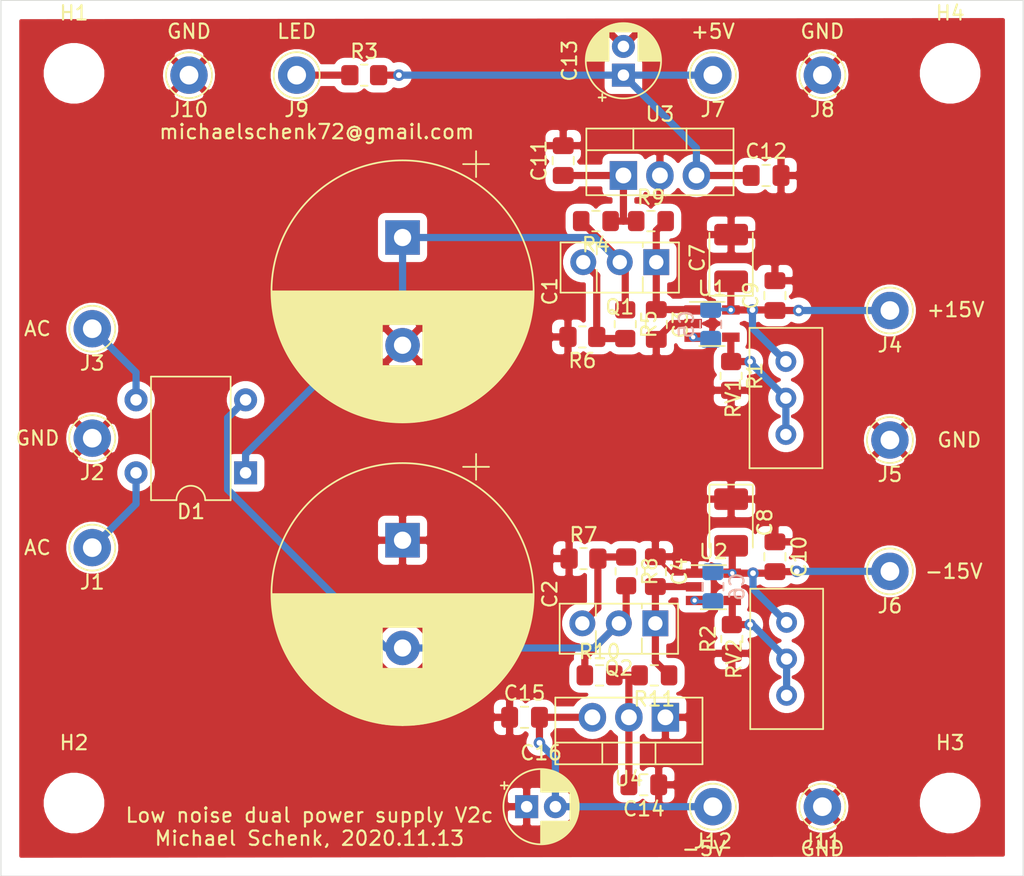
<source format=kicad_pcb>
(kicad_pcb (version 20171130) (host pcbnew 5.1.7-a382d34a8~87~ubuntu16.04.1)
  (layers (0 F.Cu signal) (31 B.Cu signal) (34 B.Paste user) (35 F.Paste user) (36 B.SilkS user) (37 F.SilkS user) (38 B.Mask user) (39 F.Mask user) (44 Edge.Cuts user))
  (net 0 "")
  (net 1 GND)
  (net 2 "Net-(C1-Pad1)")
  (net 3 "Net-(C5-Pad1)")
  (net 4 "Net-(C10-Pad2)")
  (net 5 "Net-(R1-Pad1)")
  (net 6 "Net-(R2-Pad2)")
  (net 7 "Net-(C3-Pad1)")
  (net 8 "Net-(C4-Pad2)")
  (net 9 "Net-(Q1-Pad3)")
  (net 10 "Net-(Q2-Pad3)")
  (net 11 "Net-(C5-Pad2)")
  (net 12 "Net-(C6-Pad1)")
  (net 13 "Net-(C12-Pad1)")
  (net 14 "Net-(C14-Pad2)")
  (net 15 "Net-(C15-Pad2)")
  (net 16 "Net-(J9-Pad1)")
  (net 17 "Net-(C11-Pad1)")
  (net 18 "Net-(C2-Pad2)")
  (net 19 "Net-(D1-Pad3)")
  (net 20 "Net-(D1-Pad4)")
  (module Package_TO_SOT_THT:TO-220-3_Vertical (layer F.Cu) (at 126.238 81.661 180)
    (fp_text reference U4 (at 2.54 -4.27) (layer F.SilkS))
    (fp_text value LM7905_TO220)
    (pad 3 thru_hole oval (at 5.08 0 180) (size 1.905 2) (drill 1.1) (layers *.Cu *.Mask) (net 15 "Net-(C15-Pad2)"))
    (pad 2 thru_hole oval (at 2.54 0 180) (size 1.905 2) (drill 1.1) (layers *.Cu *.Mask) (net 14 "Net-(C14-Pad2)"))
    (pad 1 thru_hole rect (at 0 0 180) (size 1.905 2) (drill 1.1) (layers *.Cu *.Mask) (net 1 GND))
  )
  (module Package_TO_SOT_THT:TO-220-3_Vertical (layer F.Cu) (at 123.317 43.942)
    (fp_text reference U3 (at 2.54 -4.27) (layer F.SilkS))
    (fp_text value LM7805_TO220)
    (pad 3 thru_hole oval (at 5.08 0) (size 1.905 2) (drill 1.1) (layers *.Cu *.Mask) (net 13 "Net-(C12-Pad1)"))
    (pad 2 thru_hole oval (at 2.54 0) (size 1.905 2) (drill 1.1) (layers *.Cu *.Mask) (net 1 GND))
    (pad 1 thru_hole rect (at 0 0) (size 1.905 2) (drill 1.1) (layers *.Cu *.Mask) (net 17 "Net-(C11-Pad1)"))
  )
  (module Capacitor_THT:CP_Radial_D5.0mm_P2.00mm (layer F.Cu) (at 116.586 87.884)
    (fp_text reference C16 (at 1 -3.75) (layer F.SilkS))
    (fp_text value 100uF)
    (pad 2 thru_hole circle (at 2 0) (size 1.6 1.6) (drill 0.8) (layers *.Cu *.Mask) (net 15 "Net-(C15-Pad2)"))
    (pad 1 thru_hole rect (at 0 0) (size 1.6 1.6) (drill 0.8) (layers *.Cu *.Mask) (net 1 GND))
  )
  (module Diode_THT:Diode_Bridge_DIP-4_W7.62mm_P5.08mm (layer F.Cu) (at 97.028 64.643 180)
    (fp_text reference D1 (at 3.8 -2.7) (layer F.SilkS))
    (fp_text value DF06M)
    (pad 1 thru_hole rect (at 0 0 180) (size 1.6 1.6) (drill 0.8) (layers *.Cu *.Mask) (net 2 "Net-(C1-Pad1)"))
    (pad 3 thru_hole oval (at 7.62 5.08 180) (size 1.6 1.6) (drill 0.8) (layers *.Cu *.Mask) (net 19 "Net-(D1-Pad3)"))
    (pad 2 thru_hole oval (at 0 5.08 180) (size 1.6 1.6) (drill 0.8) (layers *.Cu *.Mask) (net 18 "Net-(C2-Pad2)"))
    (pad 4 thru_hole oval (at 7.62 0 180) (size 1.6 1.6) (drill 0.8) (layers *.Cu *.Mask) (net 20 "Net-(D1-Pad4)"))
  )
  (module Resistor_SMD:R_0805_2012Metric_Pad1.15x1.40mm_HandSolder (layer F.Cu) (at 125.467 78.74 180)
    (fp_text reference R11 (at 0 -1.65) (layer F.SilkS))
    (fp_text value 0R)
    (pad 2 smd roundrect (at 1.025 0 180) (size 1.15 1.4) (layers F.Cu F.Paste F.Mask) (roundrect_rratio 0.217391) (net 14 "Net-(C14-Pad2)"))
    (pad 1 smd roundrect (at -1.025 0 180) (size 1.15 1.4) (layers F.Cu F.Paste F.Mask) (roundrect_rratio 0.217391) (net 8 "Net-(C4-Pad2)"))
  )
  (module Resistor_SMD:R_0805_2012Metric_Pad1.15x1.40mm_HandSolder (layer F.Cu) (at 121.657 78.74)
    (fp_text reference R10 (at 0 -1.65) (layer F.SilkS))
    (fp_text value 0R)
    (pad 2 smd roundrect (at 1.025 0) (size 1.15 1.4) (layers F.Cu F.Paste F.Mask) (roundrect_rratio 0.217391) (net 14 "Net-(C14-Pad2)"))
    (pad 1 smd roundrect (at -1.025 0) (size 1.15 1.4) (layers F.Cu F.Paste F.Mask) (roundrect_rratio 0.217391) (net 18 "Net-(C2-Pad2)"))
  )
  (module Capacitor_SMD:C_0805_2012Metric_Pad1.18x1.45mm_HandSolder (layer F.Cu) (at 119.126 42.9045 90)
    (fp_text reference C11 (at 0 -1.68 90) (layer F.SilkS))
    (fp_text value 330nF)
    (pad 2 smd roundrect (at 1.0375 0 90) (size 1.175 1.45) (layers F.Cu F.Paste F.Mask) (roundrect_rratio 0.2127659574468085) (net 1 GND))
    (pad 1 smd roundrect (at -1.0375 0 90) (size 1.175 1.45) (layers F.Cu F.Paste F.Mask) (roundrect_rratio 0.2127659574468085) (net 17 "Net-(C11-Pad1)"))
  )
  (module Resistor_SMD:R_0805_2012Metric_Pad1.15x1.40mm_HandSolder (layer F.Cu) (at 125.231 47.117)
    (fp_text reference R9 (at 0 -1.65) (layer F.SilkS))
    (fp_text value 0R)
    (pad 2 smd roundrect (at 1.025 0) (size 1.15 1.4) (layers F.Cu F.Paste F.Mask) (roundrect_rratio 0.217391) (net 7 "Net-(C3-Pad1)"))
    (pad 1 smd roundrect (at -1.025 0) (size 1.15 1.4) (layers F.Cu F.Paste F.Mask) (roundrect_rratio 0.217391) (net 17 "Net-(C11-Pad1)"))
  )
  (module Resistor_SMD:R_0805_2012Metric_Pad1.15x1.40mm_HandSolder (layer F.Cu) (at 121.403 47.117 180)
    (fp_text reference R4 (at 0 -1.65) (layer F.SilkS))
    (fp_text value 0R)
    (pad 2 smd roundrect (at 1.025 0 180) (size 1.15 1.4) (layers F.Cu F.Paste F.Mask) (roundrect_rratio 0.217391) (net 2 "Net-(C1-Pad1)"))
    (pad 1 smd roundrect (at -1.025 0 180) (size 1.15 1.4) (layers F.Cu F.Paste F.Mask) (roundrect_rratio 0.217391) (net 17 "Net-(C11-Pad1)"))
  )
  (module Capacitor_THT:CP_Radial_D5.0mm_P2.00mm (layer F.Cu) (at 123.317 36.957 90)
    (fp_text reference C13 (at 1 -3.75 90) (layer F.SilkS))
    (fp_text value 100uF)
    (pad 2 thru_hole circle (at 2 0 90) (size 1.6 1.6) (drill 0.8) (layers *.Cu *.Mask) (net 1 GND))
    (pad 1 thru_hole rect (at 0 0 90) (size 1.6 1.6) (drill 0.8) (layers *.Cu *.Mask) (net 13 "Net-(C12-Pad1)"))
  )
  (module Capacitor_THT:CP_Radial_D18.0mm_P7.50mm (layer F.Cu) (at 107.95 69.335 270)
    (fp_text reference C2 (at 3.75 -10.25 90) (layer F.SilkS))
    (fp_text value 2200uF)
    (pad 2 thru_hole circle (at 7.5 0 270) (size 2.4 2.4) (drill 1.2) (layers *.Cu *.Mask) (net 18 "Net-(C2-Pad2)"))
    (pad 1 thru_hole rect (at 0 0 270) (size 2.4 2.4) (drill 1.2) (layers *.Cu *.Mask) (net 1 GND))
  )
  (module Capacitor_THT:CP_Radial_D18.0mm_P7.50mm (layer F.Cu) (at 107.95 48.26 270)
    (fp_text reference C1 (at 3.75 -10.25 90) (layer F.SilkS))
    (fp_text value 2200uF)
    (pad 2 thru_hole circle (at 7.5 0 270) (size 2.4 2.4) (drill 1.2) (layers *.Cu *.Mask) (net 1 GND))
    (pad 1 thru_hole rect (at 0 0 270) (size 2.4 2.4) (drill 1.2) (layers *.Cu *.Mask) (net 2 "Net-(C1-Pad1)"))
  )
  (module Resistor_SMD:R_0805_2012Metric_Pad1.20x1.40mm_HandSolder (layer F.Cu) (at 105.283 36.957)
    (fp_text reference R3 (at 0 -1.65) (layer F.SilkS))
    (fp_text value 330R)
    (pad 2 smd roundrect (at 1 0) (size 1.2 1.4) (layers F.Cu F.Paste F.Mask) (roundrect_rratio 0.2083325) (net 13 "Net-(C12-Pad1)"))
    (pad 1 smd roundrect (at -1 0) (size 1.2 1.4) (layers F.Cu F.Paste F.Mask) (roundrect_rratio 0.2083325) (net 16 "Net-(J9-Pad1)"))
  )
  (module Connector_Pin:Pin_D1.3mm_L11.0mm (layer F.Cu) (at 129.54 87.884)
    (fp_text reference J12 (at 0 2.4) (layer F.SilkS))
    (fp_text value -5V)
    (pad 1 thru_hole circle (at 0 0) (size 2.6 2.6) (drill 1.3) (layers *.Cu *.Mask) (net 15 "Net-(C15-Pad2)"))
  )
  (module Connector_Pin:Pin_D1.3mm_L11.0mm (layer F.Cu) (at 137.16 87.884)
    (fp_text reference J11 (at 0 2.4) (layer F.SilkS))
    (fp_text value GND)
    (pad 1 thru_hole circle (at 0 0) (size 2.6 2.6) (drill 1.3) (layers *.Cu *.Mask) (net 1 GND))
  )
  (module Connector_Pin:Pin_D1.3mm_L11.0mm (layer F.Cu) (at 93.091 36.957)
    (fp_text reference J10 (at 0 2.4) (layer F.SilkS))
    (fp_text value GND)
    (pad 1 thru_hole circle (at 0 0) (size 2.6 2.6) (drill 1.3) (layers *.Cu *.Mask) (net 1 GND))
  )
  (module Connector_Pin:Pin_D1.3mm_L11.0mm (layer F.Cu) (at 100.584 36.957)
    (fp_text reference J9 (at 0 2.4) (layer F.SilkS))
    (fp_text value LED)
    (pad 1 thru_hole circle (at 0 0) (size 2.6 2.6) (drill 1.3) (layers *.Cu *.Mask) (net 16 "Net-(J9-Pad1)"))
  )
  (module Capacitor_SMD:C_0805_2012Metric_Pad1.18x1.45mm_HandSolder (layer F.Cu) (at 116.4375 81.661)
    (fp_text reference C15 (at 0 -1.68) (layer F.SilkS))
    (fp_text value 100nF)
    (pad 2 smd roundrect (at 1.0375 0) (size 1.175 1.45) (layers F.Cu F.Paste F.Mask) (roundrect_rratio 0.2127659574468085) (net 15 "Net-(C15-Pad2)"))
    (pad 1 smd roundrect (at -1.0375 0) (size 1.175 1.45) (layers F.Cu F.Paste F.Mask) (roundrect_rratio 0.2127659574468085) (net 1 GND))
  )
  (module Capacitor_SMD:C_0805_2012Metric_Pad1.18x1.45mm_HandSolder (layer F.Cu) (at 124.7355 86.36 180)
    (fp_text reference C14 (at 0 -1.68) (layer F.SilkS))
    (fp_text value 330nF)
    (pad 2 smd roundrect (at 1.0375 0 180) (size 1.175 1.45) (layers F.Cu F.Paste F.Mask) (roundrect_rratio 0.2127659574468085) (net 14 "Net-(C14-Pad2)"))
    (pad 1 smd roundrect (at -1.0375 0 180) (size 1.175 1.45) (layers F.Cu F.Paste F.Mask) (roundrect_rratio 0.2127659574468085) (net 1 GND))
  )
  (module Connector_Pin:Pin_D1.3mm_L11.0mm (layer F.Cu) (at 137.16 36.957)
    (fp_text reference J8 (at 0 2.4) (layer F.SilkS))
    (fp_text value GND)
    (pad 1 thru_hole circle (at 0 0) (size 2.6 2.6) (drill 1.3) (layers *.Cu *.Mask) (net 1 GND))
  )
  (module Connector_Pin:Pin_D1.3mm_L11.0mm (layer F.Cu) (at 129.54 36.957)
    (fp_text reference J7 (at 0 2.4) (layer F.SilkS))
    (fp_text value +5V)
    (pad 1 thru_hole circle (at 0 0) (size 2.6 2.6) (drill 1.3) (layers *.Cu *.Mask) (net 13 "Net-(C12-Pad1)"))
  )
  (module Capacitor_SMD:C_0805_2012Metric_Pad1.18x1.45mm_HandSolder (layer F.Cu) (at 133.2445 43.942)
    (fp_text reference C12 (at 0 -1.68) (layer F.SilkS))
    (fp_text value 100nF)
    (pad 2 smd roundrect (at 1.0375 0) (size 1.175 1.45) (layers F.Cu F.Paste F.Mask) (roundrect_rratio 0.2127659574468085) (net 1 GND))
    (pad 1 smd roundrect (at -1.0375 0) (size 1.175 1.45) (layers F.Cu F.Paste F.Mask) (roundrect_rratio 0.2127659574468085) (net 13 "Net-(C12-Pad1)"))
  )
  (module Resistor_SMD:R_0805_2012Metric_Pad1.20x1.40mm_HandSolder (layer F.Cu) (at 123.5075 71.501 270)
    (fp_text reference R8 (at 0 -1.65 90) (layer F.SilkS))
    (fp_text value 1k)
    (pad 2 smd roundrect (at 1 0 270) (size 1.2 1.4) (layers F.Cu F.Paste F.Mask) (roundrect_rratio 0.2083325) (net 18 "Net-(C2-Pad2)"))
    (pad 1 smd roundrect (at -1 0 270) (size 1.2 1.4) (layers F.Cu F.Paste F.Mask) (roundrect_rratio 0.2083325) (net 10 "Net-(Q2-Pad3)"))
  )
  (module Resistor_SMD:R_0805_2012Metric_Pad1.20x1.40mm_HandSolder (layer F.Cu) (at 120.539 70.612)
    (fp_text reference R7 (at 0 -1.65) (layer F.SilkS))
    (fp_text value 16k)
    (pad 2 smd roundrect (at 1 0) (size 1.2 1.4) (layers F.Cu F.Paste F.Mask) (roundrect_rratio 0.2083325) (net 10 "Net-(Q2-Pad3)"))
    (pad 1 smd roundrect (at -1 0) (size 1.2 1.4) (layers F.Cu F.Paste F.Mask) (roundrect_rratio 0.2083325) (net 1 GND))
  )
  (module Resistor_SMD:R_0805_2012Metric_Pad1.20x1.40mm_HandSolder (layer F.Cu) (at 120.4595 55.1815 180)
    (fp_text reference R6 (at 0 -1.65) (layer F.SilkS))
    (fp_text value 16k)
    (pad 2 smd roundrect (at 1 0 180) (size 1.2 1.4) (layers F.Cu F.Paste F.Mask) (roundrect_rratio 0.2083325) (net 1 GND))
    (pad 1 smd roundrect (at -1 0 180) (size 1.2 1.4) (layers F.Cu F.Paste F.Mask) (roundrect_rratio 0.2083325) (net 9 "Net-(Q1-Pad3)"))
  )
  (module Resistor_SMD:R_0805_2012Metric_Pad1.20x1.40mm_HandSolder (layer F.Cu) (at 123.444 54.2925 270)
    (fp_text reference R5 (at 0 -1.65 90) (layer F.SilkS))
    (fp_text value 1k)
    (pad 2 smd roundrect (at 1 0 270) (size 1.2 1.4) (layers F.Cu F.Paste F.Mask) (roundrect_rratio 0.2083325) (net 9 "Net-(Q1-Pad3)"))
    (pad 1 smd roundrect (at -1 0 270) (size 1.2 1.4) (layers F.Cu F.Paste F.Mask) (roundrect_rratio 0.2083325) (net 2 "Net-(C1-Pad1)"))
  )
  (module Package_TO_SOT_THT:TO-126-3_Vertical (layer F.Cu) (at 125.5395 75.1205 180)
    (fp_text reference Q2 (at 2.54 -3.12) (layer F.SilkS))
    (fp_text value BD680)
    (pad 3 thru_hole oval (at 5.08 0 180) (size 1.8 1.8) (drill 1) (layers *.Cu *.Mask) (net 10 "Net-(Q2-Pad3)"))
    (pad 2 thru_hole oval (at 2.54 0 180) (size 1.8 1.8) (drill 1) (layers *.Cu *.Mask) (net 18 "Net-(C2-Pad2)"))
    (pad 1 thru_hole rect (at 0 0 180) (size 1.8 1.8) (drill 1) (layers *.Cu *.Mask) (net 8 "Net-(C4-Pad2)"))
  )
  (module Package_TO_SOT_THT:TO-126-3_Vertical (layer F.Cu) (at 125.603 49.9745 180)
    (fp_text reference Q1 (at 2.54 -3.12) (layer F.SilkS))
    (fp_text value BD679)
    (pad 3 thru_hole oval (at 5.08 0 180) (size 1.8 1.8) (drill 1) (layers *.Cu *.Mask) (net 9 "Net-(Q1-Pad3)"))
    (pad 2 thru_hole oval (at 2.54 0 180) (size 1.8 1.8) (drill 1) (layers *.Cu *.Mask) (net 2 "Net-(C1-Pad1)"))
    (pad 1 thru_hole rect (at 0 0 180) (size 1.8 1.8) (drill 1) (layers *.Cu *.Mask) (net 7 "Net-(C3-Pad1)"))
  )
  (module Package_TO_SOT_SMD:TSOT-23-5 (layer F.Cu) (at 129.58 72.578)
    (fp_text reference U2 (at 0 -2.45) (layer F.SilkS))
    (fp_text value LT1964-BYP)
    (pad 5 smd rect (at 1.31 -0.95) (size 1.22 0.65) (layers F.Cu F.Paste F.Mask) (net 4 "Net-(C10-Pad2)"))
    (pad 4 smd rect (at 1.31 0.95) (size 1.22 0.65) (layers F.Cu F.Paste F.Mask) (net 6 "Net-(R2-Pad2)"))
    (pad 3 smd rect (at -1.31 0.95) (size 1.22 0.65) (layers F.Cu F.Paste F.Mask) (net 12 "Net-(C6-Pad1)"))
    (pad 2 smd rect (at -1.31 0) (size 1.22 0.65) (layers F.Cu F.Paste F.Mask) (net 8 "Net-(C4-Pad2)"))
    (pad 1 smd rect (at -1.31 -0.95) (size 1.22 0.65) (layers F.Cu F.Paste F.Mask) (net 1 GND))
  )
  (module Package_TO_SOT_SMD:TSOT-23-5 (layer F.Cu) (at 129.481001 54.252001)
    (fp_text reference U1 (at 0 -2.45) (layer F.SilkS))
    (fp_text value LT1761-BYP)
    (pad 5 smd rect (at 1.31 -0.95) (size 1.22 0.65) (layers F.Cu F.Paste F.Mask) (net 3 "Net-(C5-Pad1)"))
    (pad 4 smd rect (at 1.31 0.95) (size 1.22 0.65) (layers F.Cu F.Paste F.Mask) (net 5 "Net-(R1-Pad1)"))
    (pad 3 smd rect (at -1.31 0.95) (size 1.22 0.65) (layers F.Cu F.Paste F.Mask) (net 11 "Net-(C5-Pad2)"))
    (pad 2 smd rect (at -1.31 0) (size 1.22 0.65) (layers F.Cu F.Paste F.Mask) (net 1 GND))
    (pad 1 smd rect (at -1.31 -0.95) (size 1.22 0.65) (layers F.Cu F.Paste F.Mask) (net 7 "Net-(C3-Pad1)"))
  )
  (module Potentiometer_THT:Potentiometer_Bourns_3296W_Vertical (layer F.Cu) (at 134.6708 75.057 90)
    (fp_text reference RV2 (at -2.54 -3.66 90) (layer F.SilkS))
    (fp_text value 250k)
    (pad 3 thru_hole circle (at -5.08 0 90) (size 1.44 1.44) (drill 0.8) (layers *.Cu *.Mask) (net 6 "Net-(R2-Pad2)"))
    (pad 2 thru_hole circle (at -2.54 0 90) (size 1.44 1.44) (drill 0.8) (layers *.Cu *.Mask) (net 6 "Net-(R2-Pad2)"))
    (pad 1 thru_hole circle (at 0 0 90) (size 1.44 1.44) (drill 0.8) (layers *.Cu *.Mask) (net 4 "Net-(C10-Pad2)"))
  )
  (module Potentiometer_THT:Potentiometer_Bourns_3296W_Vertical (layer F.Cu) (at 134.62 56.896 90)
    (fp_text reference RV1 (at -2.54 -3.66 90) (layer F.SilkS))
    (fp_text value 250k)
    (pad 3 thru_hole circle (at -5.08 0 90) (size 1.44 1.44) (drill 0.8) (layers *.Cu *.Mask) (net 5 "Net-(R1-Pad1)"))
    (pad 2 thru_hole circle (at -2.54 0 90) (size 1.44 1.44) (drill 0.8) (layers *.Cu *.Mask) (net 5 "Net-(R1-Pad1)"))
    (pad 1 thru_hole circle (at 0 0 90) (size 1.44 1.44) (drill 0.8) (layers *.Cu *.Mask) (net 3 "Net-(C5-Pad1)"))
  )
  (module Resistor_SMD:R_0805_2012Metric_Pad1.20x1.40mm_HandSolder (layer F.Cu) (at 130.8608 76.2094 90)
    (fp_text reference R2 (at 0 -1.65 90) (layer F.SilkS))
    (fp_text value 15k)
    (pad 2 smd roundrect (at 1 0 90) (size 1.2 1.4) (layers F.Cu F.Paste F.Mask) (roundrect_rratio 0.2083325) (net 6 "Net-(R2-Pad2)"))
    (pad 1 smd roundrect (at -1 0 90) (size 1.2 1.4) (layers F.Cu F.Paste F.Mask) (roundrect_rratio 0.2083325) (net 1 GND))
  )
  (module Resistor_SMD:R_0805_2012Metric_Pad1.20x1.40mm_HandSolder (layer F.Cu) (at 130.81 57.896 270)
    (fp_text reference R1 (at 0 -1.65 90) (layer F.SilkS))
    (fp_text value 15k)
    (pad 2 smd roundrect (at 1 0 270) (size 1.2 1.4) (layers F.Cu F.Paste F.Mask) (roundrect_rratio 0.2083325) (net 1 GND))
    (pad 1 smd roundrect (at -1 0 270) (size 1.2 1.4) (layers F.Cu F.Paste F.Mask) (roundrect_rratio 0.2083325) (net 5 "Net-(R1-Pad1)"))
  )
  (module Connector_Pin:Pin_D1.3mm_L11.0mm (layer F.Cu) (at 141.859 71.501)
    (fp_text reference J6 (at 0 2.4) (layer F.SilkS))
    (fp_text value -15V)
    (pad 1 thru_hole circle (at 0 0) (size 2.6 2.6) (drill 1.3) (layers *.Cu *.Mask) (net 4 "Net-(C10-Pad2)"))
  )
  (module Connector_Pin:Pin_D1.3mm_L11.0mm (layer F.Cu) (at 141.859 62.357)
    (fp_text reference J5 (at 0 2.4) (layer F.SilkS))
    (fp_text value GND)
    (pad 1 thru_hole circle (at 0 0) (size 2.6 2.6) (drill 1.3) (layers *.Cu *.Mask) (net 1 GND))
  )
  (module Connector_Pin:Pin_D1.3mm_L11.0mm (layer F.Cu) (at 141.859 53.34)
    (fp_text reference J4 (at 0 2.4) (layer F.SilkS))
    (fp_text value +15V)
    (pad 1 thru_hole circle (at 0 0) (size 2.6 2.6) (drill 1.3) (layers *.Cu *.Mask) (net 3 "Net-(C5-Pad1)"))
  )
  (module Connector_Pin:Pin_D1.3mm_L11.0mm (layer F.Cu) (at 86.36 54.61)
    (fp_text reference J3 (at 0 2.4) (layer F.SilkS))
    (fp_text value AC)
    (pad 1 thru_hole circle (at 0 0) (size 2.6 2.6) (drill 1.3) (layers *.Cu *.Mask) (net 19 "Net-(D1-Pad3)"))
  )
  (module Connector_Pin:Pin_D1.3mm_L11.0mm (layer F.Cu) (at 86.36 62.23)
    (fp_text reference J2 (at 0 2.4) (layer F.SilkS))
    (fp_text value GND)
    (pad 1 thru_hole circle (at 0 0) (size 2.6 2.6) (drill 1.3) (layers *.Cu *.Mask) (net 1 GND))
  )
  (module Connector_Pin:Pin_D1.3mm_L11.0mm (layer F.Cu) (at 86.36 69.85)
    (fp_text reference J1 (at 0 2.4) (layer F.SilkS))
    (fp_text value AC)
    (pad 1 thru_hole circle (at 0 0) (size 2.6 2.6) (drill 1.3) (layers *.Cu *.Mask) (net 20 "Net-(D1-Pad4)"))
  )
  (module MountingHole:MountingHole_3.2mm_M3 (layer F.Cu) (at 146.05 36.83)
    (fp_text reference H4 (at 0 -4.2) (layer F.SilkS))
    (fp_text value MountingHole)
    (pad 1 np_thru_hole circle (at 0 0) (size 3.2 3.2) (drill 3.2) (layers *.Cu *.Mask))
  )
  (module MountingHole:MountingHole_3.2mm_M3 (layer F.Cu) (at 146.05 87.63)
    (fp_text reference H3 (at 0 -4.2) (layer F.SilkS))
    (fp_text value MountingHole)
    (pad 1 np_thru_hole circle (at 0 0) (size 3.2 3.2) (drill 3.2) (layers *.Cu *.Mask))
  )
  (module MountingHole:MountingHole_3.2mm_M3 (layer F.Cu) (at 85.09 87.63)
    (fp_text reference H2 (at 0 -4.2) (layer F.SilkS))
    (fp_text value MountingHole)
    (pad 1 np_thru_hole circle (at 0 0) (size 3.2 3.2) (drill 3.2) (layers *.Cu *.Mask))
  )
  (module MountingHole:MountingHole_3.2mm_M3 (layer F.Cu) (at 85.09 36.83)
    (fp_text reference H1 (at 0 -4.2) (layer F.SilkS))
    (fp_text value MountingHole)
    (pad 1 np_thru_hole circle (at 0 0) (size 3.2 3.2) (drill 3.2) (layers *.Cu *.Mask))
  )
  (module Capacitor_SMD:C_0805_2012Metric_Pad1.18x1.45mm_HandSolder (layer F.Cu) (at 133.858 70.485 270)
    (fp_text reference C10 (at 0 -1.68 90) (layer F.SilkS))
    (fp_text value 100n)
    (pad 2 smd roundrect (at 1.0375 0 270) (size 1.175 1.45) (layers F.Cu F.Paste F.Mask) (roundrect_rratio 0.2127659574468085) (net 4 "Net-(C10-Pad2)"))
    (pad 1 smd roundrect (at -1.0375 0 270) (size 1.175 1.45) (layers F.Cu F.Paste F.Mask) (roundrect_rratio 0.2127659574468085) (net 1 GND))
  )
  (module Capacitor_SMD:C_0805_2012Metric_Pad1.18x1.45mm_HandSolder (layer F.Cu) (at 133.858 52.3025 90)
    (fp_text reference C9 (at 0 -1.68 90) (layer F.SilkS))
    (fp_text value 100n)
    (pad 2 smd roundrect (at 1.0375 0 90) (size 1.175 1.45) (layers F.Cu F.Paste F.Mask) (roundrect_rratio 0.2127659574468085) (net 1 GND))
    (pad 1 smd roundrect (at -1.0375 0 90) (size 1.175 1.45) (layers F.Cu F.Paste F.Mask) (roundrect_rratio 0.2127659574468085) (net 3 "Net-(C5-Pad1)"))
  )
  (module Capacitor_Tantalum_SMD:CP_EIA-3528-12_Kemet-T_Pad1.50x2.35mm_HandSolder (layer F.Cu) (at 130.81 68.098 270)
    (fp_text reference C8 (at 0 -2.35 90) (layer F.SilkS))
    (fp_text value 10u)
    (pad 2 smd roundrect (at 1.625 0 270) (size 1.5 2.35) (layers F.Cu F.Paste F.Mask) (roundrect_rratio 0.1666666666666667) (net 4 "Net-(C10-Pad2)"))
    (pad 1 smd roundrect (at -1.625 0 270) (size 1.5 2.35) (layers F.Cu F.Paste F.Mask) (roundrect_rratio 0.1666666666666667) (net 1 GND))
  )
  (module Capacitor_Tantalum_SMD:CP_EIA-3528-12_Kemet-T_Pad1.50x2.35mm_HandSolder (layer F.Cu) (at 130.81 49.683 90)
    (fp_text reference C7 (at 0 -2.35 90) (layer F.SilkS))
    (fp_text value 10u)
    (pad 2 smd roundrect (at 1.625 0 90) (size 1.5 2.35) (layers F.Cu F.Paste F.Mask) (roundrect_rratio 0.1666666666666667) (net 1 GND))
    (pad 1 smd roundrect (at -1.625 0 90) (size 1.5 2.35) (layers F.Cu F.Paste F.Mask) (roundrect_rratio 0.1666666666666667) (net 3 "Net-(C5-Pad1)"))
  )
  (module Capacitor_SMD:C_0805_2012Metric_Pad1.18x1.45mm_HandSolder (layer B.Cu) (at 129.54 72.5678 90)
    (fp_text reference C6 (at 0 1.68 90) (layer B.SilkS) (effects (justify mirror)))
    (fp_text value 10n)
    (pad 2 smd roundrect (at 1.0375 0 90) (size 1.175 1.45) (layers B.Cu B.Paste B.Mask) (roundrect_rratio 0.2127659574468085) (net 4 "Net-(C10-Pad2)"))
    (pad 1 smd roundrect (at -1.0375 0 90) (size 1.175 1.45) (layers B.Cu B.Paste B.Mask) (roundrect_rratio 0.2127659574468085) (net 12 "Net-(C6-Pad1)"))
  )
  (module Capacitor_SMD:C_0805_2012Metric_Pad1.18x1.45mm_HandSolder (layer B.Cu) (at 129.3876 54.3052 270)
    (fp_text reference C5 (at 0 1.68 90) (layer B.SilkS) (effects (justify mirror)))
    (fp_text value 10n)
    (pad 2 smd roundrect (at 1.0375 0 270) (size 1.175 1.45) (layers B.Cu B.Paste B.Mask) (roundrect_rratio 0.2127659574468085) (net 11 "Net-(C5-Pad2)"))
    (pad 1 smd roundrect (at -1.0375 0 270) (size 1.175 1.45) (layers B.Cu B.Paste B.Mask) (roundrect_rratio 0.2127659574468085) (net 3 "Net-(C5-Pad1)"))
  )
  (module Capacitor_SMD:C_0805_2012Metric_Pad1.18x1.45mm_HandSolder (layer F.Cu) (at 125.5395 71.5225 270)
    (fp_text reference C4 (at 0 -1.68 90) (layer F.SilkS))
    (fp_text value 1u)
    (pad 2 smd roundrect (at 1.0375 0 270) (size 1.175 1.45) (layers F.Cu F.Paste F.Mask) (roundrect_rratio 0.2127659574468085) (net 8 "Net-(C4-Pad2)"))
    (pad 1 smd roundrect (at -1.0375 0 270) (size 1.175 1.45) (layers F.Cu F.Paste F.Mask) (roundrect_rratio 0.2127659574468085) (net 1 GND))
  )
  (module Capacitor_SMD:C_0805_2012Metric_Pad1.18x1.45mm_HandSolder (layer F.Cu) (at 125.603 54.314 270)
    (fp_text reference C3 (at 0 -1.68 90) (layer F.SilkS))
    (fp_text value 1u)
    (pad 2 smd roundrect (at 1.0375 0 270) (size 1.175 1.45) (layers F.Cu F.Paste F.Mask) (roundrect_rratio 0.2127659574468085) (net 1 GND))
    (pad 1 smd roundrect (at -1.0375 0 270) (size 1.175 1.45) (layers F.Cu F.Paste F.Mask) (roundrect_rratio 0.2127659574468085) (net 7 "Net-(C3-Pad1)"))
  )
  (gr_text GND (at 93.091 33.909) (layer F.SilkS) (effects (font (size 1 1))))
  (gr_text LED (at 100.584 33.909) (layer F.SilkS) (effects (font (size 1 1))))
  (gr_text -5V (at 128.905 90.805) (layer F.SilkS) (effects (font (size 1 1))))
  (gr_text GND (at 137.16 90.805) (layer F.SilkS) (effects (font (size 1 1))))
  (gr_text GND (at 137.16 33.909) (layer F.SilkS) (effects (font (size 1 1))))
  (gr_text +5V (at 129.54 33.909) (layer F.SilkS) (effects (font (size 1 1))))
  (gr_line (start 80.01 31.75) (end 80.01 92.71) (layer Edge.Cuts) (width 0.05))
  (gr_line (start 151.13 31.75) (end 80.01 31.75) (layer Edge.Cuts) (width 0.05))
  (gr_line (start 151.13 92.71) (end 151.13 31.75) (layer Edge.Cuts) (width 0.05))
  (gr_line (start 80.01 92.71) (end 151.13 92.71) (layer Edge.Cuts) (width 0.05))
  (gr_text "Low noise dual power supply V2c\nMichael Schenk, 2020.11.13" (at 101.473 89.281) (layer F.SilkS) (effects (font (size 1 1))))
  (gr_text michaelschenk72@gmail.com (at 101.981 40.894) (layer F.SilkS) (effects (font (size 1 1))))
  (gr_text GND (at 82.55 62.23) (layer F.SilkS) (effects (font (size 1 1))))
  (gr_text AC (at 82.55 69.85) (layer F.SilkS) (effects (font (size 1 1))))
  (gr_text AC (at 82.55 54.61) (layer F.SilkS) (effects (font (size 1 1))))
  (gr_text -15V (at 146.304 71.501) (layer F.SilkS) (effects (font (size 1 1))))
  (gr_text GND (at 146.685 62.357) (layer F.SilkS) (effects (font (size 1 1))))
  (gr_text +15V (at 146.431 53.2892) (layer F.SilkS) (effects (font (size 1 1))))
  (segment (start 126.702499 54.252001) (end 125.603 55.3515) (width 0.5) (layer F.Cu) (net 1))
  (segment (start 128.171001 54.252001) (end 126.702499 54.252001) (width 0.5) (layer F.Cu) (net 1))
  (segment (start 126.6825 71.628) (end 125.5395 70.485) (width 0.25) (layer F.Cu) (net 1))
  (segment (start 128.27 71.628) (end 126.6825 71.628) (width 0.25) (layer F.Cu) (net 1))
  (segment (start 123.46 53.2765) (end 123.444 53.2925) (width 0.5) (layer F.Cu) (net 2))
  (segment (start 123.444 50.3555) (end 123.063 49.9745) (width 0.5) (layer F.Cu) (net 2))
  (segment (start 123.444 53.2925) (end 123.444 50.3555) (width 0.5) (layer F.Cu) (net 2))
  (segment (start 123.063 49.802) (end 120.378 47.117) (width 0.5) (layer F.Cu) (net 2))
  (segment (start 123.063 49.9745) (end 123.063 49.802) (width 0.5) (layer F.Cu) (net 2))
  (segment (start 121.3485 48.26) (end 107.95 48.26) (width 0.5) (layer B.Cu) (net 2))
  (segment (start 123.063 49.9745) (end 121.3485 48.26) (width 0.5) (layer B.Cu) (net 2))
  (segment (start 107.95 52.421) (end 107.95 48.26) (width 0.5) (layer B.Cu) (net 2))
  (segment (start 97.028 63.343) (end 107.95 52.421) (width 0.5) (layer B.Cu) (net 2))
  (segment (start 97.028 64.643) (end 97.028 63.343) (width 0.5) (layer B.Cu) (net 2))
  (segment (start 133.820001 53.302001) (end 133.858 53.34) (width 0.5) (layer F.Cu) (net 3))
  (segment (start 130.791001 51.326999) (end 130.81 51.308) (width 0.5) (layer F.Cu) (net 3))
  (segment (start 130.791001 53.302001) (end 130.791001 51.326999) (width 0.5) (layer F.Cu) (net 3))
  (via (at 132.296001 53.302001) (size 0.8) (drill 0.4) (layers F.Cu B.Cu) (net 3))
  (segment (start 132.296001 53.302001) (end 133.820001 53.302001) (width 0.5) (layer F.Cu) (net 3))
  (segment (start 130.791001 53.302001) (end 132.296001 53.302001) (width 0.5) (layer F.Cu) (net 3))
  (via (at 135.509 53.34) (size 0.8) (drill 0.4) (layers F.Cu B.Cu) (net 3))
  (segment (start 133.858 53.34) (end 135.509 53.34) (width 0.5) (layer F.Cu) (net 3))
  (via (at 130.791001 53.302001) (size 0.6) (drill 0.3) (layers F.Cu B.Cu) (net 3))
  (segment (start 130.7567 53.2677) (end 130.791001 53.302001) (width 0.25) (layer B.Cu) (net 3))
  (segment (start 129.3876 53.2677) (end 130.7567 53.2677) (width 0.25) (layer B.Cu) (net 3))
  (segment (start 135.509 53.34) (end 141.859 53.34) (width 0.5) (layer B.Cu) (net 3))
  (segment (start 132.296001 54.572001) (end 134.62 56.896) (width 0.5) (layer B.Cu) (net 3))
  (segment (start 132.296001 53.302001) (end 132.296001 54.572001) (width 0.5) (layer B.Cu) (net 3))
  (segment (start 130.89 69.803) (end 130.81 69.723) (width 0.5) (layer F.Cu) (net 4))
  (segment (start 130.89 71.628) (end 130.89 69.803) (width 0.5) (layer F.Cu) (net 4))
  (segment (start 133.7525 71.628) (end 133.858 71.5225) (width 0.5) (layer F.Cu) (net 4))
  (via (at 135.382 71.501) (size 0.8) (drill 0.4) (layers F.Cu B.Cu) (net 4))
  (segment (start 135.3605 71.5225) (end 135.382 71.501) (width 0.5) (layer F.Cu) (net 4))
  (segment (start 133.858 71.5225) (end 135.3605 71.5225) (width 0.5) (layer F.Cu) (net 4))
  (segment (start 135.382 71.501) (end 141.859 71.501) (width 0.5) (layer B.Cu) (net 4))
  (via (at 132.334 71.628) (size 0.8) (drill 0.4) (layers F.Cu B.Cu) (net 4))
  (segment (start 132.334 71.628) (end 133.7525 71.628) (width 0.5) (layer F.Cu) (net 4))
  (segment (start 130.89 71.628) (end 132.334 71.628) (width 0.5) (layer F.Cu) (net 4))
  (segment (start 132.334 72.7202) (end 134.6708 75.057) (width 0.5) (layer B.Cu) (net 4))
  (segment (start 132.334 71.628) (end 132.334 72.7202) (width 0.5) (layer B.Cu) (net 4))
  (via (at 130.89 71.628) (size 0.6) (drill 0.3) (layers F.Cu B.Cu) (net 4))
  (segment (start 130.7923 71.5303) (end 130.89 71.628) (width 0.25) (layer B.Cu) (net 4))
  (segment (start 129.54 71.5303) (end 130.7923 71.5303) (width 0.25) (layer B.Cu) (net 4))
  (segment (start 130.791001 56.877001) (end 130.81 56.896) (width 0.5) (layer F.Cu) (net 5))
  (segment (start 130.791001 55.202001) (end 130.791001 56.877001) (width 0.5) (layer F.Cu) (net 5))
  (via (at 132.1308 56.896) (size 0.8) (drill 0.4) (layers F.Cu B.Cu) (net 5))
  (segment (start 130.81 56.896) (end 132.1308 56.896) (width 0.5) (layer F.Cu) (net 5))
  (segment (start 132.1308 56.9468) (end 134.62 59.436) (width 0.5) (layer B.Cu) (net 5))
  (segment (start 132.1308 56.896) (end 132.1308 56.9468) (width 0.5) (layer B.Cu) (net 5))
  (segment (start 134.62 59.436) (end 134.62 61.976) (width 0.5) (layer B.Cu) (net 5))
  (segment (start 130.89 75.1802) (end 130.8608 75.2094) (width 0.5) (layer F.Cu) (net 6))
  (segment (start 130.89 73.528) (end 130.89 75.1802) (width 0.5) (layer F.Cu) (net 6))
  (segment (start 134.6708 77.597) (end 134.6708 80.137) (width 0.5) (layer B.Cu) (net 6))
  (via (at 132.1308 75.2094) (size 0.8) (drill 0.4) (layers F.Cu B.Cu) (net 6))
  (segment (start 130.8608 75.2094) (end 132.1308 75.2094) (width 0.5) (layer F.Cu) (net 6))
  (segment (start 132.2832 75.2094) (end 134.6708 77.597) (width 0.5) (layer B.Cu) (net 6))
  (segment (start 132.1308 75.2094) (end 132.2832 75.2094) (width 0.5) (layer B.Cu) (net 6))
  (segment (start 128.1455 53.2765) (end 128.171001 53.302001) (width 0.5) (layer F.Cu) (net 7))
  (segment (start 125.603 53.2765) (end 128.1455 53.2765) (width 0.5) (layer F.Cu) (net 7))
  (segment (start 125.603 49.7205) (end 125.5395 49.657) (width 0.5) (layer F.Cu) (net 7))
  (segment (start 125.603 53.2765) (end 125.603 49.9745) (width 0.5) (layer F.Cu) (net 7))
  (segment (start 125.603 47.77) (end 126.256 47.117) (width 0.5) (layer F.Cu) (net 7))
  (segment (start 125.603 49.9745) (end 125.603 47.77) (width 0.5) (layer F.Cu) (net 7))
  (segment (start 125.4965 72.517) (end 125.5395 72.56) (width 0.5) (layer F.Cu) (net 8))
  (segment (start 128.252 72.56) (end 128.27 72.578) (width 0.5) (layer F.Cu) (net 8))
  (segment (start 125.5395 72.56) (end 128.252 72.56) (width 0.5) (layer F.Cu) (net 8))
  (segment (start 125.5395 75.1205) (end 125.5395 72.56) (width 0.5) (layer F.Cu) (net 8))
  (segment (start 125.5395 77.7875) (end 126.492 78.74) (width 0.5) (layer F.Cu) (net 8))
  (segment (start 125.5395 75.1205) (end 125.5395 77.7875) (width 0.5) (layer F.Cu) (net 8))
  (segment (start 121.5705 55.2925) (end 121.4595 55.1815) (width 0.5) (layer F.Cu) (net 9))
  (segment (start 123.444 55.2925) (end 121.5705 55.2925) (width 0.5) (layer F.Cu) (net 9))
  (segment (start 121.4595 50.911) (end 120.523 49.9745) (width 0.5) (layer F.Cu) (net 9))
  (segment (start 121.4595 55.1815) (end 121.4595 50.911) (width 0.5) (layer F.Cu) (net 9))
  (segment (start 121.65 70.501) (end 121.539 70.612) (width 0.5) (layer F.Cu) (net 10))
  (segment (start 121.539 74.041) (end 120.4595 75.1205) (width 0.5) (layer F.Cu) (net 10))
  (segment (start 121.539 70.612) (end 121.539 74.041) (width 0.5) (layer F.Cu) (net 10))
  (segment (start 123.5075 70.501) (end 121.65 70.501) (width 0.5) (layer F.Cu) (net 10))
  (via (at 128.171001 55.202001) (size 0.6) (drill 0.3) (layers F.Cu B.Cu) (net 11))
  (segment (start 128.3117 55.3427) (end 128.171001 55.202001) (width 0.25) (layer B.Cu) (net 11))
  (segment (start 129.3876 55.3427) (end 128.3117 55.3427) (width 0.25) (layer B.Cu) (net 11))
  (via (at 128.27 73.528) (size 0.6) (drill 0.3) (layers F.Cu B.Cu) (net 12))
  (segment (start 128.3473 73.6053) (end 128.27 73.528) (width 0.25) (layer B.Cu) (net 12))
  (segment (start 129.54 73.6053) (end 128.3473 73.6053) (width 0.25) (layer B.Cu) (net 12))
  (segment (start 106.172 36.957) (end 106.283 36.957) (width 0.5) (layer F.Cu) (net 13))
  (via (at 107.696 36.957) (size 0.8) (drill 0.4) (layers F.Cu B.Cu) (net 13))
  (segment (start 106.283 36.957) (end 107.696 36.957) (width 0.5) (layer F.Cu) (net 13))
  (segment (start 107.696 36.957) (end 123.317 36.957) (width 0.5) (layer B.Cu) (net 13))
  (segment (start 123.317 36.957) (end 129.54 36.957) (width 0.5) (layer B.Cu) (net 13))
  (segment (start 132.207 43.942) (end 128.397 43.942) (width 0.5) (layer F.Cu) (net 13))
  (segment (start 128.397 42.037) (end 123.317 36.957) (width 0.5) (layer B.Cu) (net 13))
  (segment (start 128.397 43.942) (end 128.397 42.037) (width 0.5) (layer B.Cu) (net 13))
  (segment (start 123.698 78.74) (end 122.682 78.74) (width 0.5) (layer F.Cu) (net 14))
  (segment (start 124.442 78.74) (end 123.698 78.74) (width 0.5) (layer F.Cu) (net 14))
  (segment (start 123.698 81.661) (end 123.698 78.74) (width 0.5) (layer F.Cu) (net 14))
  (segment (start 123.698 86.36) (end 123.698 81.661) (width 0.5) (layer F.Cu) (net 14))
  (segment (start 129.54 87.884) (end 118.586 87.884) (width 0.5) (layer B.Cu) (net 15))
  (segment (start 121.158 81.661) (end 117.475 81.661) (width 0.5) (layer F.Cu) (net 15))
  (via (at 117.475 83.439) (size 0.8) (drill 0.4) (layers F.Cu B.Cu) (net 15))
  (segment (start 118.586 84.55) (end 117.475 83.439) (width 0.5) (layer B.Cu) (net 15))
  (segment (start 118.586 87.884) (end 118.586 84.55) (width 0.5) (layer B.Cu) (net 15))
  (segment (start 117.475 83.439) (end 117.475 81.661) (width 0.5) (layer F.Cu) (net 15))
  (segment (start 104.283 36.957) (end 100.584 36.957) (width 0.5) (layer F.Cu) (net 16))
  (segment (start 123.317 47.117) (end 124.206 47.117) (width 0.5) (layer F.Cu) (net 17))
  (segment (start 122.428 47.117) (end 123.317 47.117) (width 0.5) (layer F.Cu) (net 17))
  (segment (start 123.317 43.942) (end 123.317 47.117) (width 0.5) (layer F.Cu) (net 17))
  (segment (start 123.317 43.942) (end 119.126 43.942) (width 0.5) (layer F.Cu) (net 17))
  (segment (start 123.5665 72.56) (end 123.5075 72.501) (width 0.5) (layer F.Cu) (net 18))
  (segment (start 123.5075 74.6125) (end 122.9995 75.1205) (width 0.5) (layer F.Cu) (net 18))
  (segment (start 123.5075 72.501) (end 123.5075 74.6125) (width 0.5) (layer F.Cu) (net 18))
  (segment (start 120.632 77.488) (end 122.9995 75.1205) (width 0.5) (layer F.Cu) (net 18))
  (segment (start 120.632 78.74) (end 120.632 77.488) (width 0.5) (layer F.Cu) (net 18))
  (segment (start 122.9995 75.1205) (end 121.285 76.835) (width 0.5) (layer B.Cu) (net 18))
  (segment (start 121.285 76.835) (end 111.125 76.835) (width 0.5) (layer B.Cu) (net 18))
  (segment (start 106.809998 76.835) (end 107.95 76.835) (width 0.5) (layer B.Cu) (net 18))
  (segment (start 95.777999 65.803001) (end 106.809998 76.835) (width 0.5) (layer B.Cu) (net 18))
  (segment (start 95.777999 60.813001) (end 95.777999 65.803001) (width 0.5) (layer B.Cu) (net 18))
  (segment (start 97.028 59.563) (end 95.777999 60.813001) (width 0.5) (layer B.Cu) (net 18))
  (segment (start 111.125 76.835) (end 107.95 76.835) (width 0.5) (layer B.Cu) (net 18))
  (segment (start 89.408 57.658) (end 86.36 54.61) (width 0.5) (layer B.Cu) (net 19))
  (segment (start 89.408 59.563) (end 89.408 57.658) (width 0.5) (layer B.Cu) (net 19))
  (segment (start 89.408 66.802) (end 86.36 69.85) (width 0.5) (layer B.Cu) (net 20))
  (segment (start 89.408 64.643) (end 89.408 66.802) (width 0.5) (layer B.Cu) (net 20))
  (zone (net 1) (net_name GND) (layer F.Cu) (connect_pads (clearance 0.508)) (min_thickness 0.254) (fill yes (arc_segments 32) (thermal_gap 0.508) (thermal_bridge_width 0.508))
    (polygon (pts (xy 149.86 91.360625) (xy 81.28 91.44) (xy 81.28 33.059688) (xy 149.86 32.980313)))
  )
)
</source>
